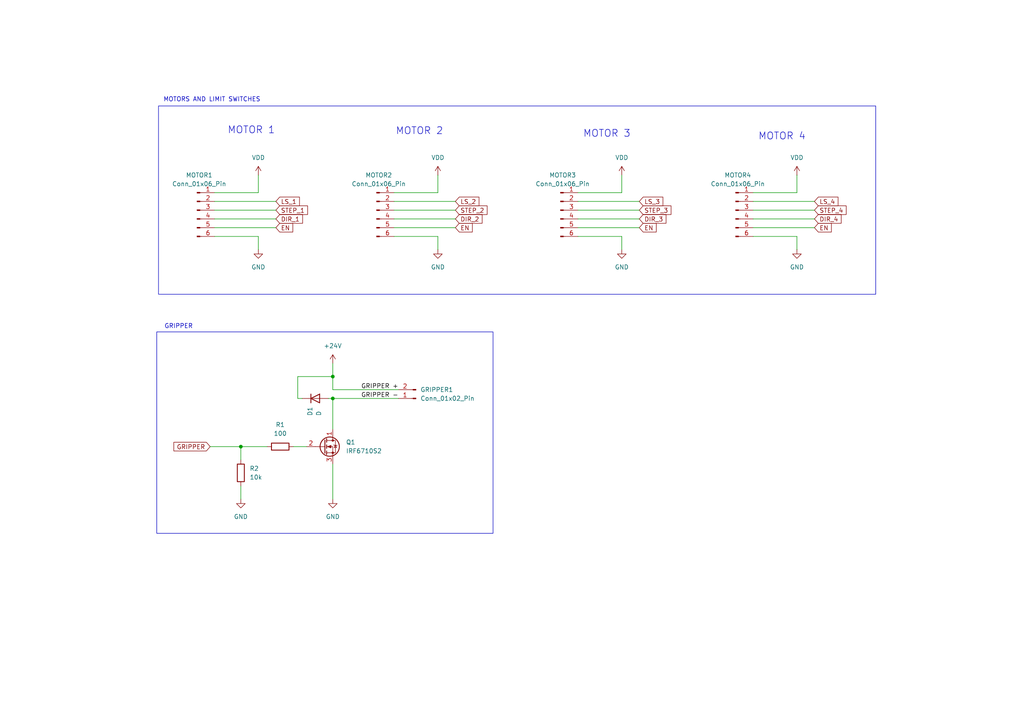
<source format=kicad_sch>
(kicad_sch (version 20231120) (generator "eeschema") (generator_version "8.0")
  (paper "A4")
  (lib_symbols
    (symbol "Connector:Conn_01x02_Pin" (pin_names (offset 1.016) hide)
      (property "Reference" "J" (at 0 2.54 0))
      (property "Value" "Conn_01x02_Pin" (at 0 -5.08 0))
      (symbol "Conn_01x02_Pin_1_1"
        (polyline (pts (xy 1.27 -2.54) (xy 0.8636 -2.54)) (stroke (width 0.1524)))
        (polyline (pts (xy 1.27 0) (xy 0.8636 0)) (stroke (width 0.1524)))
        (rectangle (start 0.8636 -2.413) (end 0 -2.667) (stroke (width 0.1524)) (fill (type outline)))
        (rectangle (start 0.8636 0.127) (end 0 -0.127) (stroke (width 0.1524)) (fill (type outline)))
        (pin passive line (at 5.08 0 180) (length 3.81) (name "Pin_1") (number "1"))
        (pin passive line (at 5.08 -2.54 180) (length 3.81) (name "Pin_2") (number "2"))
      )
    )
    (symbol "Connector:Conn_01x06_Pin" (pin_names (offset 1.016) hide)
      (property "Reference" "J" (at 0 7.62 0))
      (property "Value" "Conn_01x06_Pin" (at 0 -10.16 0))
      (symbol "Conn_01x06_Pin_1_1"
        (polyline (pts (xy 1.27 -7.62) (xy 0.8636 -7.62)) (stroke (width 0.1524)))
        (polyline (pts (xy 1.27 -5.08) (xy 0.8636 -5.08)) (stroke (width 0.1524)))
        (polyline (pts (xy 1.27 -2.54) (xy 0.8636 -2.54)) (stroke (width 0.1524)))
        (polyline (pts (xy 1.27 0) (xy 0.8636 0)) (stroke (width 0.1524)))
        (polyline (pts (xy 1.27 2.54) (xy 0.8636 2.54)) (stroke (width 0.1524)))
        (polyline (pts (xy 1.27 5.08) (xy 0.8636 5.08)) (stroke (width 0.1524)))
        (rectangle (start 0.8636 -7.493) (end 0 -7.747) (stroke (width 0.1524)) (fill (type outline)))
        (rectangle (start 0.8636 -4.953) (end 0 -5.207) (stroke (width 0.1524)) (fill (type outline)))
        (rectangle (start 0.8636 -2.413) (end 0 -2.667) (stroke (width 0.1524)) (fill (type outline)))
        (rectangle (start 0.8636 0.127) (end 0 -0.127) (stroke (width 0.1524)) (fill (type outline)))
        (rectangle (start 0.8636 2.667) (end 0 2.413) (stroke (width 0.1524)) (fill (type outline)))
        (rectangle (start 0.8636 5.207) (end 0 4.953) (stroke (width 0.1524)) (fill (type outline)))
        (pin passive line (at 5.08 5.08 180) (length 3.81) (name "Pin_1") (number "1"))
        (pin passive line (at 5.08 2.54 180) (length 3.81) (name "Pin_2") (number "2"))
        (pin passive line (at 5.08 0 180) (length 3.81) (name "Pin_3") (number "3"))
        (pin passive line (at 5.08 -2.54 180) (length 3.81) (name "Pin_4") (number "4"))
        (pin passive line (at 5.08 -5.08 180) (length 3.81) (name "Pin_5") (number "5"))
        (pin passive line (at 5.08 -7.62 180) (length 3.81) (name "Pin_6") (number "6"))
      )
    )
    (symbol "Device:D" (pin_numbers hide) (pin_names (offset 1.016) hide)
      (property "Reference" "D" (at 0 2.54 0))
      (property "Value" "D" (at 0 -2.54 0))
      (symbol "D_0_1"
        (polyline (pts (xy -1.27 1.27) (xy -1.27 -1.27)) (stroke (width 0.254)))
        (polyline (pts (xy 1.27 0) (xy -1.27 0)))
        (polyline (pts (xy 1.27 1.27) (xy 1.27 -1.27) (xy -1.27 0) (xy 1.27 1.27)) (stroke (width 0.254)))
      )
      (symbol "D_1_1"
        (pin passive line (at -3.81 0 0) (length 2.54) (name "K") (number "1"))
        (pin passive line (at 3.81 0 180) (length 2.54) (name "A") (number "2"))
      )
    )
    (symbol "Device:R" (pin_numbers hide) (pin_names (offset 0))
      (property "Reference" "R" (at 2.032 0 90))
      (property "Value" "R" (at 0 0 90))
      (symbol "R_0_1"
        (rectangle (start -1.016 -2.54) (end 1.016 2.54) (stroke (width 0.254)))
      )
      (symbol "R_1_1"
        (pin passive line (at 0 3.81 270) (length 1.27) (name "~") (number "1"))
        (pin passive line (at 0 -3.81 90) (length 1.27) (name "~") (number "2"))
      )
    )
    (symbol "Transistor_FET:IRF6710S2" (pin_names hide)
      (property "Reference" "Q" (at 5.08 1.905 0))
      (property "Value" "IRF6710S2" (at 5.08 0 0))
      (symbol "IRF6710S2_0_1"
        (polyline (pts (xy 0.254 0) (xy -2.54 0)))
        (polyline (pts (xy 0.254 1.905) (xy 0.254 -1.905)) (stroke (width 0.254)))
        (polyline (pts (xy 0.762 -1.27) (xy 0.762 -2.286)) (stroke (width 0.254)))
        (polyline (pts (xy 0.762 0.508) (xy 0.762 -0.508)) (stroke (width 0.254)))
        (polyline (pts (xy 0.762 2.286) (xy 0.762 1.27)) (stroke (width 0.254)))
        (polyline (pts (xy 2.54 2.54) (xy 2.54 1.778)))
        (polyline (pts (xy 2.54 -2.54) (xy 2.54 0) (xy 0.762 0)))
        (polyline (pts (xy 0.762 -1.778) (xy 3.302 -1.778) (xy 3.302 1.778) (xy 0.762 1.778)))
        (polyline (pts (xy 1.016 0) (xy 2.032 0.381) (xy 2.032 -0.381) (xy 1.016 0)) (fill (type outline)))
        (polyline (pts (xy 2.794 0.508) (xy 2.921 0.381) (xy 3.683 0.381) (xy 3.81 0.254)))
        (polyline (pts (xy 3.302 0.381) (xy 2.921 -0.254) (xy 3.683 -0.254) (xy 3.302 0.381)))
        (circle (center 1.651 0) (radius 2.794) (stroke (width 0.254)))
        (circle (center 2.54 -1.778) (radius 0.254) (fill (type outline)))
        (circle (center 2.54 1.778) (radius 0.254) (fill (type outline)))
      )
      (symbol "IRF6710S2_1_1"
        (pin passive line (at 2.54 5.08 270) (length 2.54) (name "D") (number "1"))
        (pin input line (at -5.08 0 0) (length 2.54) (name "G") (number "2"))
        (pin passive line (at 2.54 -5.08 90) (length 2.54) (name "S") (number "3"))
      )
    )
    (symbol "power:+24V" (power) (pin_numbers hide) (pin_names (offset 0) hide)
      (property "Value" "+24V" (at 0 3.556 0))
      (symbol "+24V_0_1"
        (polyline (pts (xy -0.762 1.27) (xy 0 2.54)))
        (polyline (pts (xy 0 0) (xy 0 2.54)))
        (polyline (pts (xy 0 2.54) (xy 0.762 1.27)))
      )
      (symbol "+24V_1_1"
        (pin power_in line (at 0 0 90) (length 0) (name "~") (number "1"))
      )
    )
    (symbol "power:GND" (power) (pin_numbers hide) (pin_names (offset 0) hide)
      (property "Value" "GND" (at 0 -3.81 0))
      (symbol "GND_0_1"
        (polyline (pts (xy 0 0) (xy 0 -1.27) (xy 1.27 -1.27) (xy 0 -2.54) (xy -1.27 -1.27) (xy 0 -1.27)))
      )
      (symbol "GND_1_1"
        (pin power_in line (at 0 0 270) (length 0) (name "~") (number "1"))
      )
    )
    (symbol "power:VDD" (power) (pin_numbers hide) (pin_names (offset 0) hide)
      (property "Value" "VDD" (at 0 3.556 0))
      (symbol "VDD_0_1"
        (polyline (pts (xy -0.762 1.27) (xy 0 2.54)))
        (polyline (pts (xy 0 0) (xy 0 2.54)))
        (polyline (pts (xy 0 2.54) (xy 0.762 1.27)))
      )
      (symbol "VDD_1_1"
        (pin power_in line (at 0 0 90) (length 0) (name "~") (number "1"))
      )
    )
  )
  (junction (at 96.52 109.22))
  (junction (at 96.52 115.57))
  (junction (at 69.85 129.54))
  (wire (pts (xy 127 50.8) (xy 127 55.88)))
  (wire (pts (xy 69.85 129.54) (xy 77.47 129.54)))
  (wire (pts (xy 114.3 55.88) (xy 127 55.88)))
  (wire (pts (xy 62.23 60.96) (xy 80.01 60.96)))
  (wire (pts (xy 114.3 60.96) (xy 132.08 60.96)))
  (wire (pts (xy 180.34 68.58) (xy 180.34 72.39)))
  (wire (pts (xy 180.34 50.8) (xy 180.34 55.88)))
  (wire (pts (xy 69.85 133.35) (xy 69.85 129.54)))
  (wire (pts (xy 114.3 66.04) (xy 132.08 66.04)))
  (wire (pts (xy 231.14 50.8) (xy 231.14 55.88)))
  (wire (pts (xy 231.14 68.58) (xy 231.14 72.39)))
  (wire (pts (xy 218.44 63.5) (xy 236.22 63.5)))
  (wire (pts (xy 62.23 68.58) (xy 74.93 68.58)))
  (wire (pts (xy 86.36 115.57) (xy 87.63 115.57)))
  (wire (pts (xy 218.44 68.58) (xy 231.14 68.58)))
  (wire (pts (xy 218.44 58.42) (xy 236.22 58.42)))
  (wire (pts (xy 69.85 140.97) (xy 69.85 144.78)))
  (wire (pts (xy 218.44 55.88) (xy 231.14 55.88)))
  (wire (pts (xy 167.64 66.04) (xy 185.42 66.04)))
  (wire (pts (xy 62.23 55.88) (xy 74.93 55.88)))
  (wire (pts (xy 62.23 66.04) (xy 80.01 66.04)))
  (wire (pts (xy 218.44 66.04) (xy 236.22 66.04)))
  (wire (pts (xy 62.23 58.42) (xy 80.01 58.42)))
  (wire (pts (xy 96.52 134.62) (xy 96.52 144.78)))
  (wire (pts (xy 167.64 68.58) (xy 180.34 68.58)))
  (wire (pts (xy 74.93 50.8) (xy 74.93 55.88)))
  (wire (pts (xy 218.44 60.96) (xy 236.22 60.96)))
  (wire (pts (xy 167.64 58.42) (xy 185.42 58.42)))
  (wire (pts (xy 86.36 109.22) (xy 96.52 109.22)))
  (wire (pts (xy 114.3 63.5) (xy 132.08 63.5)))
  (wire (pts (xy 62.23 63.5) (xy 80.01 63.5)))
  (wire (pts (xy 96.52 115.57) (xy 96.52 124.46)))
  (wire (pts (xy 114.3 58.42) (xy 132.08 58.42)))
  (wire (pts (xy 96.52 105.41) (xy 96.52 109.22)))
  (wire (pts (xy 95.25 115.57) (xy 96.52 115.57)))
  (wire (pts (xy 167.64 60.96) (xy 185.42 60.96)))
  (wire (pts (xy 115.57 115.57) (xy 96.52 115.57)))
  (wire (pts (xy 60.96 129.54) (xy 69.85 129.54)))
  (wire (pts (xy 127 68.58) (xy 127 72.39)))
  (wire (pts (xy 96.52 113.03) (xy 115.57 113.03)))
  (wire (pts (xy 86.36 115.57) (xy 86.36 109.22)))
  (wire (pts (xy 74.93 68.58) (xy 74.93 72.39)))
  (wire (pts (xy 167.64 63.5) (xy 185.42 63.5)))
  (wire (pts (xy 85.09 129.54) (xy 88.9 129.54)))
  (wire (pts (xy 96.52 109.22) (xy 96.52 113.03)))
  (wire (pts (xy 167.64 55.88) (xy 180.34 55.88)))
  (wire (pts (xy 114.3 68.58) (xy 127 68.58)))
  (rectangle (start 45.974 30.734) (end 254 85.344))
  (rectangle (start 45.466 96.266) (end 143.002 154.686))
  (text "MOTOR 2" (at 121.666 38.1 0) (effects (font (size 2.032 2.032))))
  (text "MOTOR 4" (at 226.822 39.624 0) (effects (font (size 2.032 2.032))))
  (text "MOTORS AND LIMIT SWITCHES" (at 61.468 28.956 0) (effects (font (size 1.27 1.27))))
  (text "MOTOR 3" (at 176.022 38.862 0) (effects (font (size 2.032 2.032))))
  (text "GRIPPER" (at 51.816 94.742 0) (effects (font (size 1.27 1.27))))
  (text "MOTOR 1" (at 72.898 37.846 0) (effects (font (size 2.032 2.032))))
  (label "GRIPPER +" (at 115.57 113.03 180))
  (label "GRIPPER -" (at 115.57 115.57 180))
  (global_label "EN" (shape input) (at 80.01 66.04 0) (property "Intersheetrefs" "${INTERSHEET_REFS}" (effects (hide yes))))
  (global_label "STEP_2" (shape input) (at 132.08 60.96 0) (property "Intersheetrefs" "${INTERSHEET_REFS}" (effects (hide yes))))
  (global_label "STEP_4" (shape input) (at 236.22 60.96 0) (property "Intersheetrefs" "${INTERSHEET_REFS}" (effects (hide yes))))
  (global_label "LS_3" (shape input) (at 185.42 58.42 0) (property "Intersheetrefs" "${INTERSHEET_REFS}" (effects (hide yes))))
  (global_label "LS_4" (shape input) (at 236.22 58.42 0) (property "Intersheetrefs" "${INTERSHEET_REFS}" (effects (hide yes))))
  (global_label "DIR_1" (shape input) (at 80.01 63.5 0) (property "Intersheetrefs" "${INTERSHEET_REFS}" (effects (hide yes))))
  (global_label "DIR_4" (shape input) (at 236.22 63.5 0) (property "Intersheetrefs" "${INTERSHEET_REFS}" (effects (hide yes))))
  (global_label "STEP_3" (shape input) (at 185.42 60.96 0) (property "Intersheetrefs" "${INTERSHEET_REFS}" (effects (hide yes))))
  (global_label "EN" (shape input) (at 132.08 66.04 0) (property "Intersheetrefs" "${INTERSHEET_REFS}" (effects (hide yes))))
  (global_label "EN" (shape input) (at 185.42 66.04 0) (property "Intersheetrefs" "${INTERSHEET_REFS}" (effects (hide yes))))
  (global_label "LS_1" (shape input) (at 80.01 58.42 0) (property "Intersheetrefs" "${INTERSHEET_REFS}" (effects (hide yes))))
  (global_label "DIR_3" (shape input) (at 185.42 63.5 0) (property "Intersheetrefs" "${INTERSHEET_REFS}" (effects (hide yes))))
  (global_label "DIR_2" (shape input) (at 132.08 63.5 0) (property "Intersheetrefs" "${INTERSHEET_REFS}" (effects (hide yes))))
  (global_label "STEP_1" (shape input) (at 80.01 60.96 0) (property "Intersheetrefs" "${INTERSHEET_REFS}" (effects (hide yes))))
  (global_label "GRIPPER" (shape input) (at 60.96 129.54 180) (property "Intersheetrefs" "${INTERSHEET_REFS}" (effects (hide yes))))
  (global_label "EN" (shape input) (at 236.22 66.04 0) (property "Intersheetrefs" "${INTERSHEET_REFS}" (effects (hide yes))))
  (global_label "LS_2" (shape input) (at 132.08 58.42 0) (property "Intersheetrefs" "${INTERSHEET_REFS}" (effects (hide yes))))
  (symbol (lib_id "Device:R") (at 69.85 137.16 0) (unit 1)
    (property "Reference" "R2" (at 72.39 135.8899 0) (effects (justify left)))
    (property "Value" "10k" (at 72.39 138.4299 0) (effects (justify left)))
    (property "Footprint" "Resistor_SMD:R_0805_2012Metric" (effects (hide yes)))
    (property "Description" "Resistor" (effects (hide yes)))
  )
  (symbol (lib_id "power:GND") (at 231.14 72.39 0) (unit 1)
    (property "Reference" "#PWR014" (effects (hide yes)))
    (property "Value" "GND" (at 231.14 77.47 0))
    (property "Description" "Power symbol creates a global label with name \"GND\" , ground" (effects (hide yes)))
  )
  (symbol (lib_id "power:GND") (at 96.52 144.78 0) (unit 1)
    (property "Reference" "#PWR08" (effects (hide yes)))
    (property "Value" "GND" (at 96.52 149.86 0))
    (property "Description" "Power symbol creates a global label with name \"GND\" , ground" (effects (hide yes)))
  )
  (symbol (lib_id "power:GND") (at 127 72.39 0) (unit 1)
    (property "Reference" "#PWR01" (effects (hide yes)))
    (property "Value" "GND" (at 127 77.47 0))
    (property "Description" "Power symbol creates a global label with name \"GND\" , ground" (effects (hide yes)))
  )
  (symbol (lib_id "power:VDD") (at 127 50.8 0) (unit 1)
    (property "Reference" "#PWR010" (effects (hide yes)))
    (property "Value" "VDD" (at 127 45.72 0))
    (property "Description" "Power symbol creates a global label with name \"VDD\"" (effects (hide yes)))
  )
  (symbol (lib_id "Connector:Conn_01x06_Pin") (at 57.15 60.96 0) (unit 1)
    (property "Reference" "MOTOR1" (at 57.785 50.8 0))
    (property "Value" "Conn_01x06_Pin" (at 57.785 53.34 0))
    (property "Footprint" "01_myLibrary:TerminalBlock 45 degrees, pitch 3.5mm, 6 pins, WAGO 250-102 000-012" (effects (hide yes)))
    (property "Description" "Generic connector, single row, 01x06, script generated" (effects (hide yes)))
  )
  (symbol (lib_id "Device:D") (at 91.44 115.57 0) (unit 1)
    (property "Reference" "D1" (at 89.916 120.65 90) (effects (justify left)))
    (property "Value" "D" (at 92.456 120.65 90) (effects (justify left)))
    (property "Footprint" "Diode_SMD:D_0805_2012Metric" (effects (hide yes)))
    (property "Description" "Diode" (effects (hide yes)))
    (property "Sim.Device" "D" (effects (hide yes)))
    (property "Sim.Pins" "1=K 2=A" (effects (hide yes)))
  )
  (symbol (lib_id "power:+24V") (at 96.52 105.41 0) (unit 1)
    (property "Reference" "#PWR07" (effects (hide yes)))
    (property "Value" "+24V" (at 96.52 100.33 0))
    (property "Description" "Power symbol creates a global label with name \"+24V\"" (effects (hide yes)))
  )
  (symbol (lib_id "Connector:Conn_01x02_Pin") (at 120.65 115.57 180) (unit 1)
    (property "Reference" "GRIPPER1" (at 121.92 113.0299 0) (effects (justify right)))
    (property "Value" "Conn_01x02_Pin" (at 121.92 115.5699 0) (effects (justify right)))
    (property "Footprint" "01_myLibrary:TerminalBlock 45 degrees, pitch 3.5mm, 2 pins, WAGO 250-102 000-012" (effects (hide yes)))
    (property "Description" "Generic connector, single row, 01x02, script generated" (effects (hide yes)))
  )
  (symbol (lib_id "Connector:Conn_01x06_Pin") (at 109.22 60.96 0) (unit 1)
    (property "Reference" "MOTOR2" (at 109.855 50.8 0))
    (property "Value" "Conn_01x06_Pin" (at 109.855 53.34 0))
    (property "Footprint" "01_myLibrary:TerminalBlock 45 degrees, pitch 3.5mm, 6 pins, WAGO 250-102 000-012" (effects (hide yes)))
    (property "Description" "Generic connector, single row, 01x06, script generated" (effects (hide yes)))
  )
  (symbol (lib_id "power:GND") (at 69.85 144.78 0) (unit 1)
    (property "Reference" "#PWR09" (effects (hide yes)))
    (property "Value" "GND" (at 69.85 149.86 0))
    (property "Description" "Power symbol creates a global label with name \"GND\" , ground" (effects (hide yes)))
  )
  (symbol (lib_id "power:GND") (at 180.34 72.39 0) (unit 1)
    (property "Reference" "#PWR012" (effects (hide yes)))
    (property "Value" "GND" (at 180.34 77.47 0))
    (property "Description" "Power symbol creates a global label with name \"GND\" , ground" (effects (hide yes)))
  )
  (symbol (lib_id "power:VDD") (at 231.14 50.8 0) (unit 1)
    (property "Reference" "#PWR013" (effects (hide yes)))
    (property "Value" "VDD" (at 231.14 45.72 0))
    (property "Description" "Power symbol creates a global label with name \"VDD\"" (effects (hide yes)))
  )
  (symbol (lib_id "Connector:Conn_01x06_Pin") (at 213.36 60.96 0) (unit 1)
    (property "Reference" "MOTOR4" (at 213.995 50.8 0))
    (property "Value" "Conn_01x06_Pin" (at 213.995 53.34 0))
    (property "Footprint" "01_myLibrary:TerminalBlock 45 degrees, pitch 3.5mm, 6 pins, WAGO 250-102 000-012" (effects (hide yes)))
    (property "Description" "Generic connector, single row, 01x06, script generated" (effects (hide yes)))
  )
  (symbol (lib_id "Transistor_FET:IRF6710S2") (at 93.98 129.54 0) (unit 1)
    (property "Reference" "Q1" (at 100.33 128.2699 0) (effects (justify left)))
    (property "Value" "IRF6710S2" (at 100.33 130.8099 0) (effects (justify left)))
    (property "Footprint" "Package_TO_SOT_THT:TO-220-3_Vertical" (effects (hide yes)))
    (property "Datasheet" "https://www.infineon.com/dgdl/irf6710s2pbf.pdf?fileId=5546d462533600a4015355ece3db1a78" (effects (hide yes)))
    (property "Description" "12A Id, 25V Vds, 5.9mOhm Rds, N-Channel MOSFET, DirectFET S1" (effects (hide yes)))
  )
  (symbol (lib_id "Connector:Conn_01x06_Pin") (at 162.56 60.96 0) (unit 1)
    (property "Reference" "MOTOR3" (at 163.195 50.8 0))
    (property "Value" "Conn_01x06_Pin" (at 163.195 53.34 0))
    (property "Footprint" "01_myLibrary:TerminalBlock 45 degrees, pitch 3.5mm, 6 pins, WAGO 250-102 000-012" (effects (hide yes)))
    (property "Description" "Generic connector, single row, 01x06, script generated" (effects (hide yes)))
  )
  (symbol (lib_id "power:GND") (at 74.93 72.39 0) (unit 1)
    (property "Reference" "#PWR030" (effects (hide yes)))
    (property "Value" "GND" (at 74.93 77.47 0))
    (property "Description" "Power symbol creates a global label with name \"GND\" , ground" (effects (hide yes)))
  )
  (symbol (lib_id "power:VDD") (at 180.34 50.8 0) (unit 1)
    (property "Reference" "#PWR011" (effects (hide yes)))
    (property "Value" "VDD" (at 180.34 45.72 0))
    (property "Description" "Power symbol creates a global label with name \"VDD\"" (effects (hide yes)))
  )
  (symbol (lib_id "power:VDD") (at 74.93 50.8 0) (unit 1)
    (property "Reference" "#PWR029" (effects (hide yes)))
    (property "Value" "VDD" (at 74.93 45.72 0))
    (property "Description" "Power symbol creates a global label with name \"VDD\"" (effects (hide yes)))
  )
  (symbol (lib_id "Device:R") (at 81.28 129.54 90) (unit 1)
    (property "Reference" "R1" (at 81.28 123.19 90))
    (property "Value" "100" (at 81.28 125.73 90))
    (property "Footprint" "Resistor_SMD:R_0805_2012Metric" (effects (hide yes)))
    (property "Description" "Resistor" (effects (hide yes)))
  )
)
</source>
